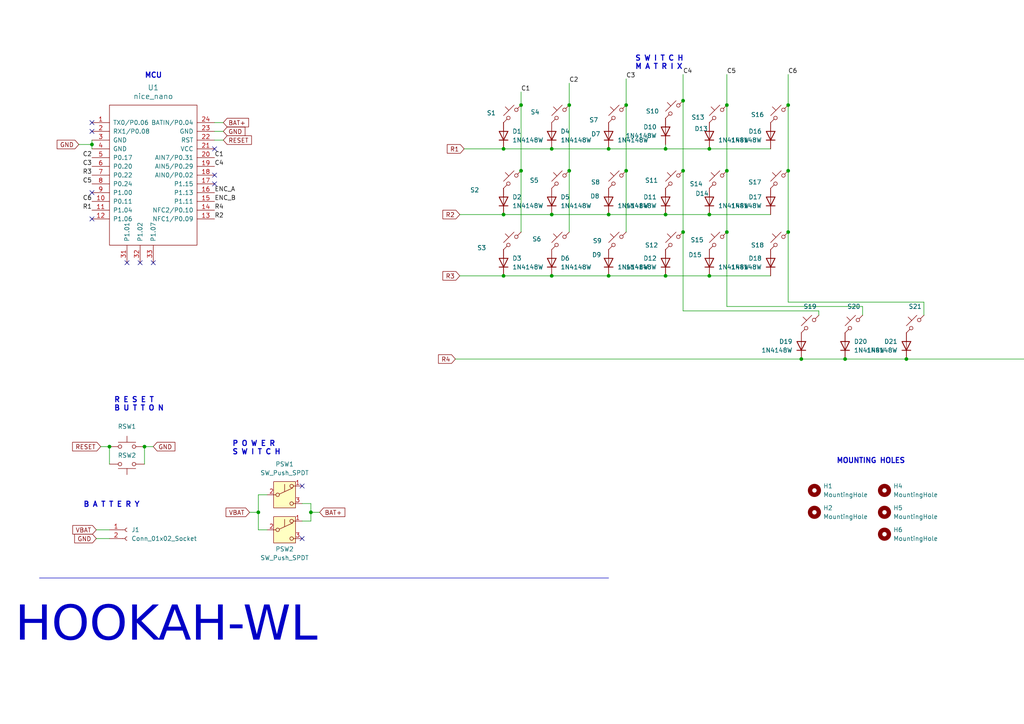
<source format=kicad_sch>
(kicad_sch (version 20231120) (generator "eeschema") (generator_version "8.0")
  (paper "A4")
  (title_block (title "Hookah Wireless Split") (date "2022-11-09") (rev "1"))
  (lib_symbols
    (symbol "Connector:Conn_01x02_Socket" (pin_names (offset 1.016) hide)
      (property "Reference" "J" (at 0 2.54 0))
      (property "Value" "Conn_01x02_Socket" (at 0 -5.08 0))
      (symbol "Conn_01x02_Socket_1_1"
        (arc (start 0 -2.032) (mid -0.5058 -2.54) (end 0 -3.048) (stroke (width 0.1524)))
        (polyline (pts (xy -1.27 -2.54) (xy -0.508 -2.54)) (stroke (width 0.1524)))
        (polyline (pts (xy -1.27 0) (xy -0.508 0)) (stroke (width 0.1524)))
        (arc (start 0 0.508) (mid -0.5058 0) (end 0 -0.508) (stroke (width 0.1524)))
        (pin passive line (at -5.08 0 0) (length 3.81) (name "Pin_1") (number "1"))
        (pin passive line (at -5.08 -2.54 0) (length 3.81) (name "Pin_2") (number "2"))
      )
    )
    (symbol "Device:RotaryEncoder_Switch" (pin_names (offset 0.254) hide)
      (property "Reference" "SW" (at 0 6.604 0))
      (property "Value" "RotaryEncoder_Switch" (at 0 -6.604 0))
      (symbol "RotaryEncoder_Switch_0_1"
        (rectangle (start -5.08 5.08) (end 5.08 -5.08) (stroke (width 0.254)) (fill (type background)))
        (circle (center -3.81 0) (radius 0.254) (fill (type outline)))
        (circle (center -0.381 0) (radius 1.905) (stroke (width 0.254)))
        (arc (start -0.381 2.667) (mid -3.0988 -0.0635) (end -0.381 -2.794) (stroke (width 0.254)))
        (polyline (pts (xy -0.635 -1.778) (xy -0.635 1.778)) (stroke (width 0.254)))
        (polyline (pts (xy -0.381 -1.778) (xy -0.381 1.778)) (stroke (width 0.254)))
        (polyline (pts (xy -0.127 1.778) (xy -0.127 -1.778)) (stroke (width 0.254)))
        (polyline (pts (xy 3.81 0) (xy 3.429 0)) (stroke (width 0.254)))
        (polyline (pts (xy 3.81 1.016) (xy 3.81 -1.016)) (stroke (width 0.254)))
        (polyline (pts (xy -5.08 -2.54) (xy -3.81 -2.54) (xy -3.81 -2.032)))
        (polyline (pts (xy -5.08 2.54) (xy -3.81 2.54) (xy -3.81 2.032)))
        (polyline (pts (xy 0.254 -3.048) (xy -0.508 -2.794) (xy 0.127 -2.413)) (stroke (width 0.254)))
        (polyline (pts (xy 0.254 2.921) (xy -0.508 2.667) (xy 0.127 2.286)) (stroke (width 0.254)))
        (polyline (pts (xy 5.08 -2.54) (xy 4.318 -2.54) (xy 4.318 -1.016)) (stroke (width 0.254)))
        (polyline (pts (xy 5.08 2.54) (xy 4.318 2.54) (xy 4.318 1.016)) (stroke (width 0.254)))
        (polyline (pts (xy -5.08 0) (xy -3.81 0) (xy -3.81 -1.016) (xy -3.302 -2.032)))
        (polyline (pts (xy -4.318 0) (xy -3.81 0) (xy -3.81 1.016) (xy -3.302 2.032)))
        (circle (center 4.318 -1.016) (radius 0.127) (stroke (width 0.254)))
        (circle (center 4.318 1.016) (radius 0.127) (stroke (width 0.254)))
      )
      (symbol "RotaryEncoder_Switch_1_1"
        (pin passive line (at -7.62 2.54 0) (length 2.54) (name "A") (number "A"))
        (pin passive line (at -7.62 -2.54 0) (length 2.54) (name "B") (number "B"))
        (pin passive line (at -7.62 0 0) (length 2.54) (name "C") (number "C"))
        (pin passive line (at 7.62 2.54 180) (length 2.54) (name "S1") (number "S1"))
        (pin passive line (at 7.62 -2.54 180) (length 2.54) (name "S2") (number "S2"))
      )
    )
    (symbol "Diode:1N4148W" (pin_numbers hide) (pin_names hide)
      (property "Reference" "D" (at 0 2.54 0))
      (property "Value" "1N4148W" (at 0 -2.54 0))
      (symbol "1N4148W_0_1"
        (polyline (pts (xy -1.27 1.27) (xy -1.27 -1.27)) (stroke (width 0.254)))
        (polyline (pts (xy 1.27 0) (xy -1.27 0)))
        (polyline (pts (xy 1.27 1.27) (xy 1.27 -1.27) (xy -1.27 0) (xy 1.27 1.27)) (stroke (width 0.254)))
      )
      (symbol "1N4148W_1_1"
        (pin passive line (at -3.81 0 0) (length 2.54) (name "K") (number "1"))
        (pin passive line (at 3.81 0 180) (length 2.54) (name "A") (number "2"))
      )
    )
    (symbol "Mechanical:MountingHole" (pin_names (offset 1.016)) (exclude_from_sim yes) (in_bom no)
      (property "Reference" "H" (at 0 5.08 0))
      (property "Value" "MountingHole" (at 0 3.175 0))
      (symbol "MountingHole_0_1"
        (circle (center 0 0) (radius 1.27) (stroke (width 1.27)))
      )
    )
    (symbol "Switch:SW_Push" (pin_numbers hide) (pin_names (offset 1.016) hide)
      (property "Reference" "SW" (at 1.27 2.54 0))
      (property "Value" "SW_Push" (at 0 -1.524 0))
      (symbol "SW_Push_0_1"
        (circle (center -2.032 0) (radius 0.508))
        (polyline (pts (xy 0 1.27) (xy 0 3.048)))
        (polyline (pts (xy 2.54 1.27) (xy -2.54 1.27)))
        (circle (center 2.032 0) (radius 0.508))
        (pin passive line (at -5.08 0 0) (length 2.54) (name "1") (number "1"))
        (pin passive line (at 5.08 0 180) (length 2.54) (name "2") (number "2"))
      )
    )
    (symbol "Switch:SW_Push_45deg" (pin_numbers hide) (pin_names (offset 1.016) hide)
      (property "Reference" "SW" (at 3.048 1.016 0))
      (property "Value" "SW_Push_45deg" (at 0 -3.81 0))
      (symbol "SW_Push_45deg_0_1"
        (circle (center -1.1684 1.1684) (radius 0.508))
        (polyline (pts (xy -0.508 2.54) (xy 2.54 -0.508)))
        (polyline (pts (xy 1.016 1.016) (xy 2.032 2.032)))
        (polyline (pts (xy -2.54 2.54) (xy -1.524 1.524) (xy -1.524 1.524)))
        (polyline (pts (xy 1.524 -1.524) (xy 2.54 -2.54) (xy 2.54 -2.54) (xy 2.54 -2.54)))
        (circle (center 1.143 -1.1938) (radius 0.508))
        (pin passive line (at -2.54 2.54 0) (length 0) (name "1") (number "1"))
        (pin passive line (at 2.54 -2.54 180) (length 0) (name "2") (number "2"))
      )
    )
    (symbol "Switch:SW_Push_SPDT" (pin_names (offset 0) hide)
      (property "Reference" "SW" (at 0 5.08 0))
      (property "Value" "SW_Push_SPDT" (at 0 -5.08 0))
      (symbol "SW_Push_SPDT_0_0"
        (circle (center -2.032 0) (radius 0.508))
        (polyline (pts (xy 0 1.016) (xy 0 3.048)))
        (circle (center 2.032 -2.54) (radius 0.508))
      )
      (symbol "SW_Push_SPDT_0_1"
        (polyline (pts (xy -1.524 0.2032) (xy 2.3368 1.9812)))
        (circle (center 2.032 2.54) (radius 0.508))
      )
      (symbol "SW_Push_SPDT_1_1"
        (rectangle (start -3.175 3.81) (end 3.175 -3.81) (fill (type background)))
        (pin passive line (at 5.08 2.54 180) (length 2.54) (name "A") (number "1"))
        (pin passive line (at -5.08 0 0) (length 2.54) (name "B") (number "2"))
        (pin passive line (at 5.08 -2.54 180) (length 2.54) (name "C") (number "3"))
      )
    )
    (symbol "nice-nano:nice_nano" (pin_names (offset 1.016))
      (property "Reference" "U" (at 0 0 0))
      (property "Value" "nice_nano" (at 0 2.54 0))
      (symbol "nice_nano_0_1"
        (rectangle (start -12.7 -21.59) (end 12.7 19.05))
      )
      (symbol "nice_nano_1_1"
        (pin input line (at -17.78 13.97 0) (length 5.08) (name "TX0/P0.06") (number "1"))
        (pin input line (at -17.78 -8.89 0) (length 5.08) (name "P0.11") (number "10"))
        (pin input line (at -17.78 -11.43 0) (length 5.08) (name "P1.04") (number "11"))
        (pin input line (at -17.78 -13.97 0) (length 5.08) (name "P1.06") (number "12"))
        (pin input line (at 17.78 -13.97 180) (length 5.08) (name "NFC1/P0.09") (number "13"))
        (pin input line (at 17.78 -11.43 180) (length 5.08) (name "NFC2/P0.10") (number "14"))
        (pin input line (at 17.78 -8.89 180) (length 5.08) (name "P1.11") (number "15"))
        (pin input line (at 17.78 -6.35 180) (length 5.08) (name "P1.13") (number "16"))
        (pin input line (at 17.78 -3.81 180) (length 5.08) (name "P1.15") (number "17"))
        (pin input line (at 17.78 -1.27 180) (length 5.08) (name "AIN0/P0.02") (number "18"))
        (pin input line (at 17.78 1.27 180) (length 5.08) (name "AIN5/P0.29") (number "19"))
        (pin input line (at -17.78 11.43 0) (length 5.08) (name "RX1/P0.08") (number "2"))
        (pin input line (at 17.78 3.81 180) (length 5.08) (name "AIN7/P0.31") (number "20"))
        (pin input line (at 17.78 6.35 180) (length 5.08) (name "VCC") (number "21"))
        (pin input line (at 17.78 8.89 180) (length 5.08) (name "RST") (number "22"))
        (pin input line (at 17.78 11.43 180) (length 5.08) (name "GND") (number "23"))
        (pin input line (at 17.78 13.97 180) (length 5.08) (name "BATIN/P0.04") (number "24"))
        (pin input line (at -17.78 8.89 0) (length 5.08) (name "GND") (number "3"))
        (pin input line (at -7.62 -26.67 90) (length 5.08) (name "P1.01") (number "31"))
        (pin input line (at -3.81 -26.67 90) (length 5.08) (name "P1.02") (number "32"))
        (pin input line (at 0 -26.67 90) (length 5.08) (name "P1.07") (number "33"))
        (pin input line (at -17.78 6.35 0) (length 5.08) (name "GND") (number "4"))
        (pin input line (at -17.78 3.81 0) (length 5.08) (name "P0.17") (number "5"))
        (pin input line (at -17.78 1.27 0) (length 5.08) (name "P0.20") (number "6"))
        (pin input line (at -17.78 -1.27 0) (length 5.08) (name "P0.22") (number "7"))
        (pin input line (at -17.78 -3.81 0) (length 5.08) (name "P0.24") (number "8"))
        (pin input line (at -17.78 -6.35 0) (length 5.08) (name "P1.00") (number "9"))
      )
    )
  )
  (junction (at 228.6 30.48))
  (junction (at 193.04 43.18))
  (junction (at 146.05 80.01))
  (junction (at 262.89 104.14))
  (junction (at 146.05 62.23))
  (junction (at 176.53 80.01))
  (junction (at 210.82 49.53))
  (junction (at 176.53 43.18))
  (junction (at 205.74 62.23))
  (junction (at 31.75 129.54))
  (junction (at 193.04 80.01))
  (junction (at 74.93 148.59))
  (junction (at 160.02 43.18))
  (junction (at 26.67 41.91))
  (junction (at 193.04 62.23))
  (junction (at 146.05 43.18))
  (junction (at 90.17 148.59))
  (junction (at 165.1 30.48))
  (junction (at 228.6 67.31))
  (junction (at 210.82 67.31))
  (junction (at 232.41 104.14))
  (junction (at 198.12 29.21))
  (junction (at 198.12 49.53))
  (junction (at 176.53 62.23))
  (junction (at 198.12 67.31))
  (junction (at 151.13 49.53))
  (junction (at 245.11 104.14))
  (junction (at 181.61 49.53))
  (junction (at 151.13 30.48))
  (junction (at 205.74 80.01))
  (junction (at 228.6 49.53))
  (junction (at 181.61 30.48))
  (junction (at 160.02 62.23))
  (junction (at 41.91 129.54))
  (junction (at 165.1 49.53))
  (junction (at 210.82 30.48))
  (junction (at 205.74 43.18))
  (junction (at 160.02 80.01))
  (no_connect (at 62.23 50.8))
  (no_connect (at 36.83 76.2))
  (no_connect (at 87.63 156.21))
  (no_connect (at 62.23 43.18))
  (no_connect (at 26.67 35.56))
  (no_connect (at 26.67 55.88))
  (no_connect (at 87.63 140.97))
  (no_connect (at 44.45 76.2))
  (no_connect (at 26.67 38.1))
  (no_connect (at 40.64 76.2))
  (no_connect (at 62.23 53.34))
  (no_connect (at 26.67 63.5))
  (wire (pts (xy 181.61 22.86) (xy 181.61 30.48)))
  (wire (pts (xy 62.23 38.1) (xy 64.77 38.1)))
  (wire (pts (xy 228.6 49.53) (xy 228.6 67.31)))
  (wire (pts (xy 90.17 148.59) (xy 90.17 151.13)))
  (wire (pts (xy 90.17 146.05) (xy 90.17 148.59)))
  (wire (pts (xy 176.53 43.18) (xy 193.04 43.18)))
  (wire (pts (xy 205.74 62.23) (xy 223.52 62.23)))
  (wire (pts (xy 151.13 49.53) (xy 151.13 67.31)))
  (wire (pts (xy 262.89 104.14) (xy 323.85 104.14)))
  (wire (pts (xy 29.21 129.54) (xy 31.75 129.54)))
  (wire (pts (xy 27.94 153.67) (xy 31.75 153.67)))
  (wire (pts (xy 133.35 62.23) (xy 146.05 62.23)))
  (wire (pts (xy 198.12 21.59) (xy 198.12 29.21)))
  (wire (pts (xy 250.19 88.9) (xy 250.19 91.44)))
  (wire (pts (xy 27.94 156.21) (xy 31.75 156.21)))
  (wire (pts (xy 306.07 138.43) (xy 311.15 138.43)))
  (wire (pts (xy 316.23 138.43) (xy 320.04 138.43)))
  (wire (pts (xy 181.61 49.53) (xy 181.61 67.31)))
  (wire (pts (xy 323.85 104.14) (xy 323.85 123.19)))
  (wire (pts (xy 146.05 80.01) (xy 160.02 80.01)))
  (wire (pts (xy 62.23 40.64) (xy 64.77 40.64)))
  (wire (pts (xy 193.04 62.23) (xy 205.74 62.23)))
  (wire (pts (xy 160.02 80.01) (xy 176.53 80.01)))
  (wire (pts (xy 313.69 138.43) (xy 313.69 147.32)))
  (wire (pts (xy 267.97 87.63) (xy 228.6 87.63)))
  (wire (pts (xy 193.04 80.01) (xy 205.74 80.01)))
  (wire (pts (xy 228.6 87.63) (xy 228.6 67.31)))
  (wire (pts (xy 134.62 43.18) (xy 146.05 43.18)))
  (wire (pts (xy 133.35 80.01) (xy 146.05 80.01)))
  (wire (pts (xy 237.49 90.17) (xy 237.49 91.44)))
  (wire (pts (xy 198.12 49.53) (xy 198.12 67.31)))
  (wire (pts (xy 87.63 146.05) (xy 90.17 146.05)))
  (wire (pts (xy 228.6 30.48) (xy 228.6 49.53)))
  (wire (pts (xy 193.04 43.18) (xy 205.74 43.18)))
  (wire (pts (xy 41.91 129.54) (xy 44.45 129.54)))
  (wire (pts (xy 228.6 21.59) (xy 228.6 30.48)))
  (wire (pts (xy 193.04 41.91) (xy 193.04 43.18)))
  (wire (pts (xy 232.41 104.14) (xy 245.11 104.14)))
  (wire (pts (xy 26.67 41.91) (xy 26.67 43.18)))
  (wire (pts (xy 74.93 148.59) (xy 74.93 143.51)))
  (wire (pts (xy 237.49 90.17) (xy 198.12 90.17)))
  (wire (pts (xy 250.19 88.9) (xy 210.82 88.9)))
  (wire (pts (xy 90.17 148.59) (xy 92.71 148.59)))
  (wire (pts (xy 160.02 62.23) (xy 176.53 62.23)))
  (wire (pts (xy 74.93 143.51) (xy 77.47 143.51)))
  (wire (pts (xy 146.05 43.18) (xy 160.02 43.18)))
  (wire (pts (xy 165.1 24.13) (xy 165.1 30.48)))
  (wire (pts (xy 176.53 62.23) (xy 193.04 62.23)))
  (wire (pts (xy 87.63 151.13) (xy 90.17 151.13)))
  (wire (pts (xy 210.82 30.48) (xy 210.82 49.53)))
  (wire (pts (xy 74.93 153.67) (xy 74.93 148.59)))
  (wire (pts (xy 151.13 26.67) (xy 151.13 30.48)))
  (wire (pts (xy 198.12 90.17) (xy 198.12 67.31)))
  (wire (pts (xy 132.08 104.14) (xy 232.41 104.14)))
  (wire (pts (xy 160.02 43.18) (xy 176.53 43.18)))
  (wire (pts (xy 165.1 49.53) (xy 165.1 67.31)))
  (wire (pts (xy 77.47 153.67) (xy 74.93 153.67)))
  (polyline (pts (xy 11.43 167.64) (xy 176.53 167.64)) (stroke (width 0) (type solid)))
  (wire (pts (xy 205.74 43.18) (xy 223.52 43.18)))
  (wire (pts (xy 72.39 148.59) (xy 74.93 148.59)))
  (wire (pts (xy 198.12 29.21) (xy 198.12 49.53)))
  (wire (pts (xy 62.23 35.56) (xy 64.77 35.56)))
  (wire (pts (xy 41.91 129.54) (xy 41.91 134.62)))
  (wire (pts (xy 165.1 30.48) (xy 165.1 49.53)))
  (wire (pts (xy 267.97 87.63) (xy 267.97 91.44)))
  (wire (pts (xy 22.86 41.91) (xy 26.67 41.91)))
  (wire (pts (xy 151.13 30.48) (xy 151.13 49.53)))
  (wire (pts (xy 245.11 104.14) (xy 262.89 104.14)))
  (wire (pts (xy 210.82 49.53) (xy 210.82 67.31)))
  (wire (pts (xy 26.67 41.91) (xy 26.67 40.64)))
  (wire (pts (xy 205.74 80.01) (xy 223.52 80.01)))
  (wire (pts (xy 181.61 30.48) (xy 181.61 49.53)))
  (wire (pts (xy 306.07 123.19) (xy 311.15 123.19)))
  (wire (pts (xy 210.82 21.59) (xy 210.82 30.48)))
  (wire (pts (xy 176.53 80.01) (xy 193.04 80.01)))
  (wire (pts (xy 31.75 129.54) (xy 31.75 134.62)))
  (wire (pts (xy 210.82 88.9) (xy 210.82 67.31)))
  (wire (pts (xy 146.05 62.23) (xy 160.02 62.23)))
  (text "MOUNTING HOLES" (at 242.57 134.62 0) (effects (font (size 1.5 1.5) (thickness 0.3) (bold yes)) (justify left bottom)))
  (text "R E S E T \nB U T T O N" (at 33.02 119.38 0) (effects (font (size 1.5 1.5) (thickness 0.3) (bold yes)) (justify left bottom)))
  (text "S W I T C H\nM A T R I X" (at 184.15 20.32 0) (effects (font (size 1.5 1.5) (thickness 0.3) (bold yes)) (justify left bottom)))
  (text "P O W E R\nS W I T C H" (at 67.31 132.08 0) (effects (font (size 1.5 1.5) (thickness 0.3) (bold yes)) (justify left bottom)))
  (text "B A T T E R Y" (at 24.13 147.32 0) (effects (font (size 1.5 1.5) (thickness 0.3) (bold yes)) (justify left bottom)))
  (text "MCU" (at 41.91 22.86 0) (effects (font (size 1.5 1.5) (thickness 0.3) (bold yes)) (justify left bottom)))
  (text "HOOKAH-WL" (at 48.26 184.15 0) (effects (font (size 10 10))))
  (label "C6" (at 306.07 123.19 180))
  (label "C6" (at 26.67 58.42 180))
  (label "C1" (at 62.23 45.72 0))
  (label "R2" (at 62.23 63.5 0))
  (label "C5" (at 210.82 21.59 0))
  (label "ENC_B" (at 62.23 58.42 0))
  (label "C2" (at 26.67 45.72 180))
  (label "R3" (at 26.67 50.8 180))
  (label "R4" (at 62.23 60.96 0))
  (label "ENC_A" (at 62.23 55.88 0))
  (label "C3" (at 181.61 22.86 0))
  (label "C4" (at 198.12 21.59 0))
  (label "R1" (at 26.67 60.96 180))
  (label "C2" (at 165.1 24.13 0))
  (label "C3" (at 26.67 48.26 180))
  (label "C4" (at 62.23 48.26 0))
  (label "ENC_B" (at 320.04 138.43 0))
  (label "C1" (at 151.13 26.67 0))
  (label "C6" (at 228.6 21.59 0))
  (label "C5" (at 26.67 53.34 180))
  (label "ENC_A" (at 306.07 138.43 180))
  (global_label "GND" (shape input) (at 44.45 129.54 0) (property "Intersheetrefs" "${INTERSHEET_REFS}" (effects (hide yes))))
  (global_label "GND" (shape input) (at 27.94 156.21 180) (property "Intersheetrefs" "${INTERSHEET_REFS}" (effects (hide yes))))
  (global_label "VBAT" (shape input) (at 27.94 153.67 180) (property "Intersheetrefs" "${INTERSHEET_REFS}" (effects (hide yes))))
  (global_label "GND" (shape input) (at 313.69 147.32 270) (property "Intersheetrefs" "${INTERSHEET_REFS}" (effects (hide yes))))
  (global_label "GND" (shape input) (at 64.77 38.1 0) (property "Intersheetrefs" "${INTERSHEET_REFS}" (effects (hide yes))))
  (global_label "RESET" (shape input) (at 64.77 40.64 0) (property "Intersheetrefs" "${INTERSHEET_REFS}" (effects (hide yes))))
  (global_label "RESET" (shape input) (at 29.21 129.54 180) (property "Intersheetrefs" "${INTERSHEET_REFS}" (effects (hide yes))))
  (global_label "R1" (shape input) (at 134.62 43.18 180) (property "Intersheetrefs" "${INTERSHEET_REFS}" (effects (hide yes))))
  (global_label "BAT+" (shape input) (at 64.77 35.56 0) (property "Intersheetrefs" "${INTERSHEET_REFS}" (effects (hide yes))))
  (global_label "VBAT" (shape input) (at 72.39 148.59 180) (property "Intersheetrefs" "${INTERSHEET_REFS}" (effects (hide yes))))
  (global_label "BAT+" (shape input) (at 92.71 148.59 0) (property "Intersheetrefs" "${INTERSHEET_REFS}" (effects (hide yes))))
  (global_label "R4" (shape input) (at 132.08 104.14 180) (property "Intersheetrefs" "${INTERSHEET_REFS}" (effects (hide yes))))
  (global_label "R2" (shape input) (at 133.35 62.23 180) (property "Intersheetrefs" "${INTERSHEET_REFS}" (effects (hide yes))))
  (global_label "GND" (shape input) (at 22.86 41.91 180) (property "Intersheetrefs" "${INTERSHEET_REFS}" (effects (hide yes))))
  (global_label "R3" (shape input) (at 133.35 80.01 180) (property "Intersheetrefs" "${INTERSHEET_REFS}" (effects (hide yes))))
  (symbol (lib_id "Switch:SW_Push_45deg") (at 226.06 33.02 0) (mirror y) (unit 1)
    (property "Reference" "S16" (at 219.71 33.274 0))
    (property "Value" "SW_Push_45deg" (effects (hide yes)))
    (property "Footprint" "keyswitches:wubbo-choc-socket-reversible" (effects (hide yes)))
    (property "Description" "Push button switch, normally open, two pins, 45° tilted" (effects (hide yes)))
  )
  (symbol (lib_id "Switch:SW_Push") (at 36.83 134.62 180) (unit 1)
    (property "Reference" "RSW2" (at 36.83 132.08 0))
    (property "Value" "SW_Push" (effects (hide yes)))
    (property "Footprint" "Button_Switch_SMD:SW_SPST_B3U-1000P" (effects (hide yes)))
    (property "Description" "Push button switch, generic, two pins" (effects (hide yes)))
  )
  (symbol (lib_id "Diode:1N4148W") (at 193.04 38.1 270) (mirror x) (unit 1)
    (property "Reference" "D10" (at 190.5 36.8299 90) (effects (justify right)))
    (property "Value" "1N4148W" (at 190.5 39.3699 90) (effects (justify right)))
    (property "Footprint" "Diode_SMD:D_SOD-123_Reversible_THT" (effects (hide yes)))
    (property "Datasheet" "https://www.vishay.com/docs/85748/1n4148w.pdf" (effects (hide yes)))
    (property "Description" "75V 0.15A Fast Switching Diode, SOD-123" (effects (hide yes)))
    (property "Sim.Device" "D" (effects (hide yes)))
    (property "Sim.Pins" "1=K 2=A" (effects (hide yes)))
  )
  (symbol (lib_id "Switch:SW_Push_45deg") (at 195.58 31.75 0) (mirror y) (unit 1)
    (property "Reference" "S10" (at 189.23 32.258 0))
    (property "Value" "SW_Push_45deg" (effects (hide yes)))
    (property "Footprint" "keyswitches:wubbo-choc-socket-reversible" (effects (hide yes)))
    (property "Description" "Push button switch, normally open, two pins, 45° tilted" (effects (hide yes)))
  )
  (symbol (lib_id "Diode:1N4148W") (at 205.74 39.37 90) (unit 1)
    (property "Reference" "D13" (at 201.422 37.338 90) (effects (justify right)))
    (property "Value" "1N4148W" (at 208.28 40.6399 90) (effects (justify right)))
    (property "Footprint" "Diode_SMD:D_SOD-123_Reversible_THT" (effects (hide yes)))
    (property "Datasheet" "https://www.vishay.com/docs/85748/1n4148w.pdf" (effects (hide yes)))
    (property "Description" "75V 0.15A Fast Switching Diode, SOD-123" (effects (hide yes)))
    (property "Sim.Device" "D" (effects (hide yes)))
    (property "Sim.Pins" "1=K 2=A" (effects (hide yes)))
  )
  (symbol (lib_id "Diode:1N4148W") (at 146.05 58.42 270) (mirror x) (unit 1)
    (property "Reference" "D2" (at 148.59 57.1499 90) (effects (justify left)))
    (property "Value" "1N4148W" (at 148.59 59.6899 90) (effects (justify left)))
    (property "Footprint" "Diode_SMD:D_SOD-123_Reversible_THT" (effects (hide yes)))
    (property "Datasheet" "https://www.vishay.com/docs/85748/1n4148w.pdf" (effects (hide yes)))
    (property "Description" "75V 0.15A Fast Switching Diode, SOD-123" (effects (hide yes)))
    (property "Sim.Device" "D" (effects (hide yes)))
    (property "Sim.Pins" "1=K 2=A" (effects (hide yes)))
  )
  (symbol (lib_id "Diode:1N4148W") (at 160.02 39.37 90) (unit 1)
    (property "Reference" "D4" (at 162.56 38.0999 90) (effects (justify right)))
    (property "Value" "1N4148W" (at 162.56 40.6399 90) (effects (justify right)))
    (property "Footprint" "Diode_SMD:D_SOD-123_Reversible_THT" (effects (hide yes)))
    (property "Datasheet" "https://www.vishay.com/docs/85748/1n4148w.pdf" (effects (hide yes)))
    (property "Description" "75V 0.15A Fast Switching Diode, SOD-123" (effects (hide yes)))
    (property "Sim.Device" "D" (effects (hide yes)))
    (property "Sim.Pins" "1=K 2=A" (effects (hide yes)))
  )
  (symbol (lib_id "Diode:1N4148W") (at 205.74 76.2 90) (unit 1)
    (property "Reference" "D15" (at 199.644 73.914 90) (effects (justify right)))
    (property "Value" "1N4148W" (at 208.28 77.4699 90) (effects (justify right)))
    (property "Footprint" "Diode_SMD:D_SOD-123_Reversible_THT" (effects (hide yes)))
    (property "Datasheet" "https://www.vishay.com/docs/85748/1n4148w.pdf" (effects (hide yes)))
    (property "Description" "75V 0.15A Fast Switching Diode, SOD-123" (effects (hide yes)))
    (property "Sim.Device" "D" (effects (hide yes)))
    (property "Sim.Pins" "1=K 2=A" (effects (hide yes)))
  )
  (symbol (lib_id "Switch:SW_Push") (at 36.83 129.54 0) (unit 1)
    (property "Reference" "RSW1" (at 36.83 123.698 0))
    (property "Value" "SW_Push" (effects (hide yes)))
    (property "Footprint" "Button_Switch_SMD:SW_SPST_B3U-1000P" (effects (hide yes)))
    (property "Description" "Push button switch, generic, two pins" (effects (hide yes)))
  )
  (symbol (lib_id "nice-nano:nice_nano") (at 44.45 49.53 0) (unit 1)
    (property "Reference" "U1" (at 44.45 25.4 0) (effects (font (size 1.524 1.524))))
    (property "Value" "nice_nano" (at 44.45 27.94 0) (effects (font (size 1.524 1.524))))
    (property "Footprint" "keyboard-reversible:ProMicro_unrouted_MAC8" (effects (hide yes)))
  )
  (symbol (lib_id "Switch:SW_Push_45deg") (at 148.59 69.85 0) (mirror y) (unit 1)
    (property "Reference" "S3" (at 139.7 71.882 0))
    (property "Value" "SW_Push_45deg" (effects (hide yes)))
    (property "Footprint" "keyswitches:wubbo-choc-socket-reversible" (effects (hide yes)))
    (property "Description" "Push button switch, normally open, two pins, 45° tilted" (effects (hide yes)))
  )
  (symbol (lib_id "Diode:1N4148W") (at 245.11 100.33 90) (unit 1)
    (property "Reference" "D20" (at 247.65 99.0599 90) (effects (justify right)))
    (property "Value" "1N4148W" (at 247.65 101.5999 90) (effects (justify right)))
    (property "Footprint" "Diode_SMD:D_SOD-123_Reversible_THT" (effects (hide yes)))
    (property "Datasheet" "https://www.vishay.com/docs/85748/1n4148w.pdf" (effects (hide yes)))
    (property "Description" "75V 0.15A Fast Switching Diode, SOD-123" (effects (hide yes)))
    (property "Sim.Device" "D" (effects (hide yes)))
    (property "Sim.Pins" "1=K 2=A" (effects (hide yes)))
  )
  (symbol (lib_id "Diode:1N4148W") (at 176.53 58.42 90) (unit 1)
    (property "Reference" "D8" (at 171.196 56.896 90) (effects (justify right)))
    (property "Value" "1N4148W" (at 179.07 59.6899 90) (effects (justify right)))
    (property "Footprint" "Diode_SMD:D_SOD-123_Reversible_THT" (effects (hide yes)))
    (property "Datasheet" "https://www.vishay.com/docs/85748/1n4148w.pdf" (effects (hide yes)))
    (property "Description" "75V 0.15A Fast Switching Diode, SOD-123" (effects (hide yes)))
    (property "Sim.Device" "D" (effects (hide yes)))
    (property "Sim.Pins" "1=K 2=A" (effects (hide yes)))
  )
  (symbol (lib_id "Diode:1N4148W") (at 320.04 123.19 0) (mirror y) (unit 1)
    (property "Reference" "D22" (at 320.04 116.84 0))
    (property "Value" "1N4148W" (at 320.04 119.38 0))
    (property "Footprint" "Diode_SMD:D_SOD-123_Reversible_THT" (effects (hide yes)))
    (property "Datasheet" "https://www.vishay.com/docs/85748/1n4148w.pdf" (effects (hide yes)))
    (property "Description" "75V 0.15A Fast Switching Diode, SOD-123" (effects (hide yes)))
    (property "Sim.Device" "D" (effects (hide yes)))
    (property "Sim.Pins" "1=K 2=A" (effects (hide yes)))
  )
  (symbol (lib_id "Switch:SW_Push_45deg") (at 247.65 93.98 0) (mirror y) (unit 1)
    (property "Reference" "S20" (at 247.65 88.9 0))
    (property "Value" "SW_Push_45deg" (effects (hide yes)))
    (property "Footprint" "keyswitches:wubbo-choc-socket-reversible" (effects (hide yes)))
    (property "Description" "Push button switch, normally open, two pins, 45° tilted" (effects (hide yes)))
  )
  (symbol (lib_id "Switch:SW_Push_45deg") (at 226.06 69.85 0) (mirror y) (unit 1)
    (property "Reference" "S18" (at 219.71 71.12 0))
    (property "Value" "SW_Push_45deg" (effects (hide yes)))
    (property "Footprint" "keyswitches:wubbo-choc-socket-reversible" (effects (hide yes)))
    (property "Description" "Push button switch, normally open, two pins, 45° tilted" (effects (hide yes)))
  )
  (symbol (lib_id "Diode:1N4148W") (at 146.05 39.37 270) (mirror x) (unit 1)
    (property "Reference" "D1" (at 148.59 38.0999 90) (effects (justify left)))
    (property "Value" "1N4148W" (at 148.59 40.6399 90) (effects (justify left)))
    (property "Footprint" "Diode_SMD:D_SOD-123_Reversible_THT" (effects (hide yes)))
    (property "Datasheet" "https://www.vishay.com/docs/85748/1n4148w.pdf" (effects (hide yes)))
    (property "Description" "75V 0.15A Fast Switching Diode, SOD-123" (effects (hide yes)))
    (property "Sim.Device" "D" (effects (hide yes)))
    (property "Sim.Pins" "1=K 2=A" (effects (hide yes)))
  )
  (symbol (lib_id "Switch:SW_Push_45deg") (at 179.07 69.85 0) (mirror y) (unit 1)
    (property "Reference" "S9" (at 173.228 69.85 0))
    (property "Value" "SW_Push_45deg" (effects (hide yes)))
    (property "Footprint" "keyswitches:wubbo-choc-socket-reversible" (effects (hide yes)))
    (property "Description" "Push button switch, normally open, two pins, 45° tilted" (effects (hide yes)))
  )
  (symbol (lib_id "Switch:SW_Push_45deg") (at 234.95 93.98 0) (mirror y) (unit 1)
    (property "Reference" "S19" (at 234.95 88.9 0))
    (property "Value" "SW_Push_45deg" (effects (hide yes)))
    (property "Footprint" "keyswitches:wubbo-choc-socket-reversible" (effects (hide yes)))
    (property "Description" "Push button switch, normally open, two pins, 45° tilted" (effects (hide yes)))
  )
  (symbol (lib_id "Mechanical:MountingHole") (at 256.54 142.24 0) (unit 1) (exclude_from_sim yes) (in_bom no)
    (property "Reference" "H4" (at 259.08 140.9699 0) (effects (justify left)))
    (property "Value" "MountingHole" (at 259.08 143.5099 0) (effects (justify left)))
    (property "Footprint" "TOTEMlib:M2-sandwich-hole" (effects (hide yes)))
    (property "Description" "Mounting Hole without connection" (effects (hide yes)))
  )
  (symbol (lib_id "Device:RotaryEncoder_Switch") (at 313.69 130.81 90) (unit 1)
    (property "Reference" "SW22" (at 320.04 129.5399 90) (effects (justify right)))
    (property "Value" "RotaryEncoder_Switch" (at 320.04 132.0799 90) (effects (justify right)))
    (property "Footprint" "Keebio-Parts:RotaryEncoder_Alps_EC11E-Switch_Vertical_H20mm" (effects (hide yes)))
    (property "Description" "Rotary encoder, dual channel, incremental quadrate outputs, with switch" (effects (hide yes)))
  )
  (symbol (lib_id "Diode:1N4148W") (at 176.53 39.37 90) (unit 1)
    (property "Reference" "D7" (at 171.45 38.862 90) (effects (justify right)))
    (property "Value" "1N4148W" (at 179.07 40.6399 90) (effects (justify right)))
    (property "Footprint" "Diode_SMD:D_SOD-123_Reversible_THT" (effects (hide yes)))
    (property "Datasheet" "https://www.vishay.com/docs/85748/1n4148w.pdf" (effects (hide yes)))
    (property "Description" "75V 0.15A Fast Switching Diode, SOD-123" (effects (hide yes)))
    (property "Sim.Device" "D" (effects (hide yes)))
    (property "Sim.Pins" "1=K 2=A" (effects (hide yes)))
  )
  (symbol (lib_id "Switch:SW_Push_45deg") (at 195.58 69.85 0) (mirror y) (unit 1)
    (property "Reference" "S12" (at 188.976 71.12 0))
    (property "Value" "SW_Push_45deg" (effects (hide yes)))
    (property "Footprint" "keyswitches:wubbo-choc-socket-reversible" (effects (hide yes)))
    (property "Description" "Push button switch, normally open, two pins, 45° tilted" (effects (hide yes)))
  )
  (symbol (lib_id "Switch:SW_Push_45deg") (at 162.56 69.85 0) (mirror y) (unit 1)
    (property "Reference" "S6" (at 155.702 69.342 0))
    (property "Value" "SW_Push_45deg" (effects (hide yes)))
    (property "Footprint" "keyswitches:wubbo-choc-socket-reversible" (effects (hide yes)))
    (property "Description" "Push button switch, normally open, two pins, 45° tilted" (effects (hide yes)))
  )
  (symbol (lib_id "Switch:SW_Push_45deg") (at 148.59 33.02 0) (mirror y) (unit 1)
    (property "Reference" "S1" (at 142.494 32.766 0))
    (property "Value" "SW_Push_45deg" (effects (hide yes)))
    (property "Footprint" "keyswitches:wubbo-choc-socket-reversible" (effects (hide yes)))
    (property "Description" "Push button switch, normally open, two pins, 45° tilted" (effects (hide yes)))
  )
  (symbol (lib_id "Switch:SW_Push_45deg") (at 265.43 93.98 0) (mirror y) (unit 1)
    (property "Reference" "S21" (at 265.43 88.9 0))
    (property "Value" "SW_Push_45deg" (effects (hide yes)))
    (property "Footprint" "keyswitches:wubbo-choc-socket-reversible" (effects (hide yes)))
    (property "Description" "Push button switch, normally open, two pins, 45° tilted" (effects (hide yes)))
  )
  (symbol (lib_id "Switch:SW_Push_45deg") (at 179.07 33.02 0) (mirror y) (unit 1)
    (property "Reference" "S7" (at 172.212 34.798 0))
    (property "Value" "SW_Push_45deg" (effects (hide yes)))
    (property "Footprint" "keyswitches:wubbo-choc-socket-reversible" (effects (hide yes)))
    (property "Description" "Push button switch, normally open, two pins, 45° tilted" (effects (hide yes)))
  )
  (symbol (lib_id "Switch:SW_Push_SPDT") (at 82.55 143.51 0) (unit 1)
    (property "Reference" "PSW1" (at 82.55 134.62 0))
    (property "Value" "SW_Push_SPDT" (at 82.55 137.16 0))
    (property "Footprint" "kleeb-master-switches:switch-MSK-12C02-smd" (effects (hide yes)))
    (property "Description" "Momentary Switch, single pole double throw" (effects (hide yes)))
  )
  (symbol (lib_id "Diode:1N4148W") (at 193.04 76.2 270) (mirror x) (unit 1)
    (property "Reference" "D12" (at 190.5 74.9299 90) (effects (justify right)))
    (property "Value" "1N4148W" (at 190.5 77.4699 90) (effects (justify right)))
    (property "Footprint" "Diode_SMD:D_SOD-123_Reversible_THT" (effects (hide yes)))
    (property "Datasheet" "https://www.vishay.com/docs/85748/1n4148w.pdf" (effects (hide yes)))
    (property "Description" "75V 0.15A Fast Switching Diode, SOD-123" (effects (hide yes)))
    (property "Sim.Device" "D" (effects (hide yes)))
    (property "Sim.Pins" "1=K 2=A" (effects (hide yes)))
  )
  (symbol (lib_id "Diode:1N4148W") (at 160.02 58.42 270) (mirror x) (unit 1)
    (property "Reference" "D5" (at 162.56 57.1499 90) (effects (justify left)))
    (property "Value" "1N4148W" (at 162.56 59.6899 90) (effects (justify left)))
    (property "Footprint" "Diode_SMD:D_SOD-123_Reversible_THT" (effects (hide yes)))
    (property "Datasheet" "https://www.vishay.com/docs/85748/1n4148w.pdf" (effects (hide yes)))
    (property "Description" "75V 0.15A Fast Switching Diode, SOD-123" (effects (hide yes)))
    (property "Sim.Device" "D" (effects (hide yes)))
    (property "Sim.Pins" "1=K 2=A" (effects (hide yes)))
  )
  (symbol (lib_id "Diode:1N4148W") (at 160.02 76.2 270) (mirror x) (unit 1)
    (property "Reference" "D6" (at 162.56 74.9299 90) (effects (justify left)))
    (property "Value" "1N4148W" (at 162.56 77.4699 90) (effects (justify left)))
    (property "Footprint" "Diode_SMD:D_SOD-123_Reversible_THT" (effects (hide yes)))
    (property "Datasheet" "https://www.vishay.com/docs/85748/1n4148w.pdf" (effects (hide yes)))
    (property "Description" "75V 0.15A Fast Switching Diode, SOD-123" (effects (hide yes)))
    (property "Sim.Device" "D" (effects (hide yes)))
    (property "Sim.Pins" "1=K 2=A" (effects (hide yes)))
  )
  (symbol (lib_id "Mechanical:MountingHole") (at 256.54 148.59 0) (unit 1) (exclude_from_sim yes) (in_bom no)
    (property "Reference" "H5" (at 259.08 147.3199 0) (effects (justify left)))
    (property "Value" "MountingHole" (at 259.08 149.8599 0) (effects (justify left)))
    (property "Footprint" "TOTEMlib:M2-sandwich-hole" (effects (hide yes)))
    (property "Description" "Mounting Hole without connection" (effects (hide yes)))
  )
  (symbol (lib_id "Mechanical:MountingHole") (at 236.22 142.24 0) (unit 1) (exclude_from_sim yes) (in_bom no)
    (property "Reference" "H1" (at 238.76 140.9699 0) (effects (justify left)))
    (property "Value" "MountingHole" (at 238.76 143.5099 0) (effects (justify left)))
    (property "Footprint" "TOTEMlib:M2-sandwich-hole" (effects (hide yes)))
    (property "Description" "Mounting Hole without connection" (effects (hide yes)))
  )
  (symbol (lib_id "Switch:SW_Push_45deg") (at 208.28 33.02 0) (mirror y) (unit 1)
    (property "Reference" "S13" (at 202.438 34.036 0))
    (property "Value" "SW_Push_45deg" (effects (hide yes)))
    (property "Footprint" "keyswitches:wubbo-choc-socket-reversible" (effects (hide yes)))
    (property "Description" "Push button switch, normally open, two pins, 45° tilted" (effects (hide yes)))
  )
  (symbol (lib_id "Diode:1N4148W") (at 176.53 76.2 90) (unit 1)
    (property "Reference" "D9" (at 171.704 73.914 90) (effects (justify right)))
    (property "Value" "1N4148W" (at 179.07 77.4699 90) (effects (justify right)))
    (property "Footprint" "Diode_SMD:D_SOD-123_Reversible_THT" (effects (hide yes)))
    (property "Datasheet" "https://www.vishay.com/docs/85748/1n4148w.pdf" (effects (hide yes)))
    (property "Description" "75V 0.15A Fast Switching Diode, SOD-123" (effects (hide yes)))
    (property "Sim.Device" "D" (effects (hide yes)))
    (property "Sim.Pins" "1=K 2=A" (effects (hide yes)))
  )
  (symbol (lib_id "Diode:1N4148W") (at 146.05 76.2 270) (mirror x) (unit 1)
    (property "Reference" "D3" (at 148.59 74.9299 90) (effects (justify left)))
    (property "Value" "1N4148W" (at 148.59 77.4699 90) (effects (justify left)))
    (property "Footprint" "Diode_SMD:D_SOD-123_Reversible_THT" (effects (hide yes)))
    (property "Datasheet" "https://www.vishay.com/docs/85748/1n4148w.pdf" (effects (hide yes)))
    (property "Description" "75V 0.15A Fast Switching Diode, SOD-123" (effects (hide yes)))
    (property "Sim.Device" "D" (effects (hide yes)))
    (property "Sim.Pins" "1=K 2=A" (effects (hide yes)))
  )
  (symbol (lib_id "Switch:SW_Push_45deg") (at 148.59 52.07 0) (mirror y) (unit 1)
    (property "Reference" "S2" (at 137.668 55.118 0))
    (property "Value" "SW_Push_45deg" (effects (hide yes)))
    (property "Footprint" "keyswitches:wubbo-choc-socket-reversible" (effects (hide yes)))
    (property "Description" "Push button switch, normally open, two pins, 45° tilted" (effects (hide yes)))
  )
  (symbol (lib_id "Diode:1N4148W") (at 223.52 58.42 270) (mirror x) (unit 1)
    (property "Reference" "D17" (at 220.98 57.1499 90) (effects (justify right)))
    (property "Value" "1N4148W" (at 220.98 59.6899 90) (effects (justify right)))
    (property "Footprint" "Diode_SMD:D_SOD-123_Reversible_THT" (effects (hide yes)))
    (property "Datasheet" "https://www.vishay.com/docs/85748/1n4148w.pdf" (effects (hide yes)))
    (property "Description" "75V 0.15A Fast Switching Diode, SOD-123" (effects (hide yes)))
    (property "Sim.Device" "D" (effects (hide yes)))
    (property "Sim.Pins" "1=K 2=A" (effects (hide yes)))
  )
  (symbol (lib_id "Diode:1N4148W") (at 205.74 58.42 90) (unit 1)
    (property "Reference" "D14" (at 201.676 56.134 90) (effects (justify right)))
    (property "Value" "1N4148W" (at 208.28 59.6899 90) (effects (justify right)))
    (property "Footprint" "Diode_SMD:D_SOD-123_Reversible_THT" (effects (hide yes)))
    (property "Datasheet" "https://www.vishay.com/docs/85748/1n4148w.pdf" (effects (hide yes)))
    (property "Description" "75V 0.15A Fast Switching Diode, SOD-123" (effects (hide yes)))
    (property "Sim.Device" "D" (effects (hide yes)))
    (property "Sim.Pins" "1=K 2=A" (effects (hide yes)))
  )
  (symbol (lib_id "Mechanical:MountingHole") (at 256.54 154.94 0) (unit 1) (exclude_from_sim yes) (in_bom no)
    (property "Reference" "H6" (at 259.08 153.6699 0) (effects (justify left)))
    (property "Value" "MountingHole" (at 259.08 156.2099 0) (effects (justify left)))
    (property "Footprint" "TOTEMlib:M2-sandwich-hole" (effects (hide yes)))
    (property "Description" "Mounting Hole without connection" (effects (hide yes)))
  )
  (symbol (lib_id "Switch:SW_Push_45deg") (at 226.06 52.07 0) (mirror y) (unit 1)
    (property "Reference" "S17" (at 218.948 52.832 0))
    (property "Value" "SW_Push_45deg" (effects (hide yes)))
    (property "Footprint" "keyswitches:wubbo-choc-socket-reversible" (effects (hide yes)))
    (property "Description" "Push button switch, normally open, two pins, 45° tilted" (effects (hide yes)))
  )
  (symbol (lib_id "Connector:Conn_01x02_Socket") (at 36.83 153.67 0) (unit 1)
    (property "Reference" "J1" (at 38.1 153.6699 0) (effects (justify left)))
    (property "Value" "Conn_01x02_Socket" (at 38.1 156.2099 0) (effects (justify left)))
    (property "Footprint" "Connector_JST:JST_PH_S2B-PH-K_1x02_P2.00mm_Horizontal" (effects (hide yes)))
    (property "Description" "Generic connector, single row, 01x02, script generated" (effects (hide yes)))
  )
  (symbol (lib_id "Switch:SW_Push_45deg") (at 162.56 52.07 0) (mirror y) (unit 1)
    (property "Reference" "S5" (at 154.94 52.324 0))
    (property "Value" "SW_Push_45deg" (effects (hide yes)))
    (property "Footprint" "keyswitches:wubbo-choc-socket-reversible" (effects (hide yes)))
    (property "Description" "Push button switch, normally open, two pins, 45° tilted" (effects (hide yes)))
  )
  (symbol (lib_id "Switch:SW_Push_45deg") (at 208.28 52.07 0) (mirror y) (unit 1)
    (property "Reference" "S14" (at 201.93 53.34 0))
    (property "Value" "SW_Push_45deg" (effects (hide yes)))
    (property "Footprint" "keyswitches:wubbo-choc-socket-reversible" (effects (hide yes)))
    (property "Description" "Push button switch, normally open, two pins, 45° tilted" (effects (hide yes)))
  )
  (symbol (lib_id "Diode:1N4148W") (at 232.41 100.33 270) (mirror x) (unit 1)
    (property "Reference" "D19" (at 229.87 99.0599 90) (effects (justify right)))
    (property "Value" "1N4148W" (at 229.87 101.5999 90) (effects (justify right)))
    (property "Footprint" "Diode_SMD:D_SOD-123_Reversible_THT" (effects (hide yes)))
    (property "Datasheet" "https://www.vishay.com/docs/85748/1n4148w.pdf" (effects (hide yes)))
    (property "Description" "75V 0.15A Fast Switching Diode, SOD-123" (effects (hide yes)))
    (property "Sim.Device" "D" (effects (hide yes)))
    (property "Sim.Pins" "1=K 2=A" (effects (hide yes)))
  )
  (symbol (lib_id "Switch:SW_Push_45deg") (at 179.07 52.07 0) (mirror y) (unit 1)
    (property "Reference" "S8" (at 172.72 52.832 0))
    (property "Value" "SW_Push_45deg" (effects (hide yes)))
    (property "Footprint" "keyswitches:wubbo-choc-socket-reversible" (effects (hide yes)))
    (property "Description" "Push button switch, normally open, two pins, 45° tilted" (effects (hide yes)))
  )
  (symbol (lib_id "Diode:1N4148W") (at 223.52 76.2 270) (mirror x) (unit 1)
    (property "Reference" "D18" (at 220.98 74.9299 90) (effects (justify right)))
    (property "Value" "1N4148W" (at 220.98 77.4699 90) (effects (justify right)))
    (property "Footprint" "Diode_SMD:D_SOD-123_Reversible_THT" (effects (hide yes)))
    (property "Datasheet" "https://www.vishay.com/docs/85748/1n4148w.pdf" (effects (hide yes)))
    (property "Description" "75V 0.15A Fast Switching Diode, SOD-123" (effects (hide yes)))
    (property "Sim.Device" "D" (effects (hide yes)))
    (property "Sim.Pins" "1=K 2=A" (effects (hide yes)))
  )
  (symbol (lib_id "Switch:SW_Push_SPDT") (at 82.55 153.67 0) (unit 1)
    (property "Reference" "PSW2" (at 82.55 159.258 0))
    (property "Value" "SW_Push_SPDT" (at 82.55 161.798 0))
    (property "Footprint" "kleeb-master-switches:switch-MSK-12C02-smd" (effects (hide yes)))
    (property "Description" "Momentary Switch, single pole double throw" (effects (hide yes)))
  )
  (symbol (lib_id "Diode:1N4148W") (at 262.89 100.33 270) (mirror x) (unit 1)
    (property "Reference" "D21" (at 260.35 99.0599 90) (effects (justify right)))
    (property "Value" "1N4148W" (at 260.35 101.5999 90) (effects (justify right)))
    (property "Footprint" "Diode_SMD:D_SOD-123_Reversible_THT" (effects (hide yes)))
    (property "Datasheet" "https://www.vishay.com/docs/85748/1n4148w.pdf" (effects (hide yes)))
    (property "Description" "75V 0.15A Fast Switching Diode, SOD-123" (effects (hide yes)))
    (property "Sim.Device" "D" (effects (hide yes)))
    (property "Sim.Pins" "1=K 2=A" (effects (hide yes)))
  )
  (symbol (lib_id "Diode:1N4148W") (at 193.04 58.42 270) (mirror x) (unit 1)
    (property "Reference" "D11" (at 190.5 57.1499 90) (effects (justify right)))
    (property "Value" "1N4148W" (at 190.5 59.6899 90) (effects (justify right)))
    (property "Footprint" "Diode_SMD:D_SOD-123_Reversible_THT" (effects (hide yes)))
    (property "Datasheet" "https://www.vishay.com/docs/85748/1n4148w.pdf" (effects (hide yes)))
    (property "Description" "75V 0.15A Fast Switching Diode, SOD-123" (effects (hide yes)))
    (property "Sim.Device" "D" (effects (hide yes)))
    (property "Sim.Pins" "1=K 2=A" (effects (hide yes)))
  )
  (symbol (lib_id "Mechanical:MountingHole") (at 236.22 148.59 0) (unit 1) (exclude_from_sim yes) (in_bom no)
    (property "Reference" "H2" (at 238.76 147.3199 0) (effects (justify left)))
    (property "Value" "MountingHole" (at 238.76 149.8599 0) (effects (justify left)))
    (property "Footprint" "TOTEMlib:M2-sandwich-hole" (effects (hide yes)))
    (property "Description" "Mounting Hole without connection" (effects (hide yes)))
  )
  (symbol (lib_id "Diode:1N4148W") (at 223.52 39.37 270) (mirror x) (unit 1)
    (property "Reference" "D16" (at 220.98 38.0999 90) (effects (justify right)))
    (property "Value" "1N4148W" (at 220.98 40.6399 90) (effects (justify right)))
    (property "Footprint" "Diode_SMD:D_SOD-123_Reversible_THT" (effects (hide yes)))
    (property "Datasheet" "https://www.vishay.com/docs/85748/1n4148w.pdf" (effects (hide yes)))
    (property "Description" "75V 0.15A Fast Switching Diode, SOD-123" (effects (hide yes)))
    (property "Sim.Device" "D" (effects (hide yes)))
    (property "Sim.Pins" "1=K 2=A" (effects (hide yes)))
  )
  (symbol (lib_id "Switch:SW_Push_45deg") (at 162.56 33.02 0) (mirror y) (unit 1)
    (property "Reference" "S4" (at 155.194 32.512 0))
    (property "Value" "SW_Push_45deg" (effects (hide yes)))
    (property "Footprint" "keyswitches:wubbo-choc-socket-reversible" (effects (hide yes)))
    (property "Description" "Push button switch, normally open, two pins, 45° tilted" (effects (hide yes)))
  )
  (symbol (lib_id "Switch:SW_Push_45deg") (at 208.28 69.85 0) (mirror y) (unit 1)
    (property "Reference" "S15" (at 202.184 69.596 0))
    (property "Value" "SW_Push_45deg" (effects (hide yes)))
    (property "Footprint" "keyswitches:wubbo-choc-socket-reversible" (effects (hide yes)))
    (property "Description" "Push button switch, normally open, two pins, 45° tilted" (effects (hide yes)))
  )
  (symbol (lib_id "Switch:SW_Push_45deg") (at 195.58 52.07 0) (mirror y) (unit 1)
    (property "Reference" "S11" (at 188.976 52.324 0))
    (property "Value" "SW_Push_45deg" (effects (hide yes)))
    (property "Footprint" "keyswitches:wubbo-choc-socket-reversible" (effects (hide yes)))
    (property "Description" "Push button switch, normally open, two pins, 45° tilted" (effects (hide yes)))
  )
)
</source>
